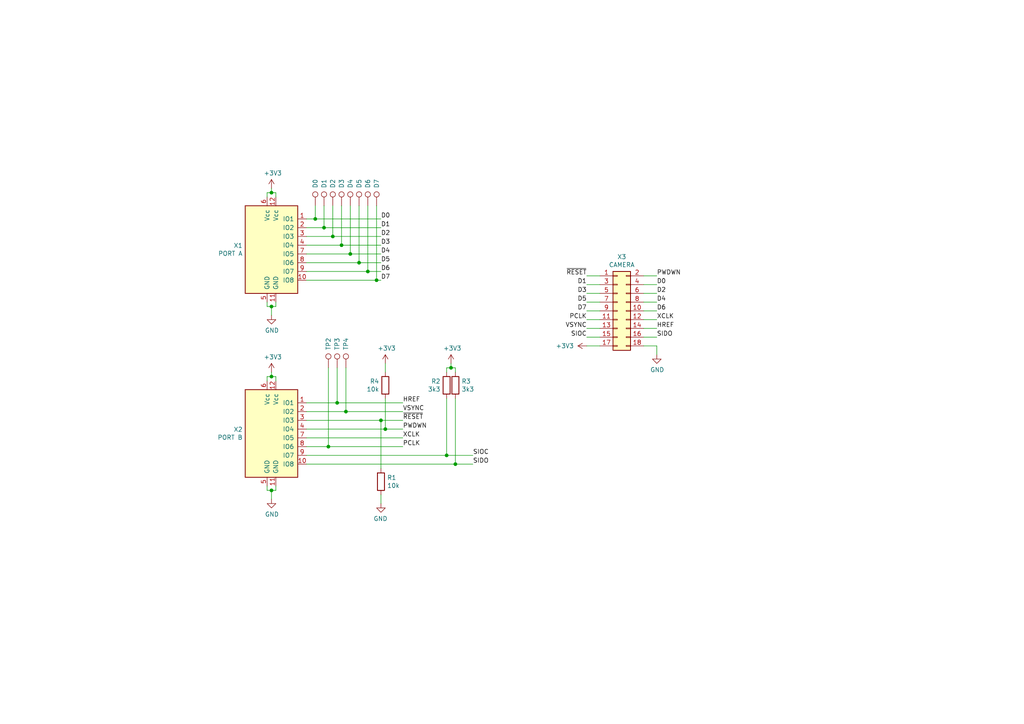
<source format=kicad_sch>
(kicad_sch (version 20230121) (generator eeschema)

  (uuid 15d86137-18ed-4cb5-a4b6-6f71dd85c9c3)

  (paper "A4")

  (title_block
    (title "OV7670-Pmod")
    (date "2021-03-07")
    (rev "1.2")
    (company "https://www.kampis-elektroecke.de")
    (comment 4 "Author: Daniel Kampert")
  )

  (lib_symbols
    (symbol "Connector:TestPoint" (pin_numbers hide) (pin_names (offset 0.762) hide) (in_bom yes) (on_board yes)
      (property "Reference" "TP" (at 0 6.858 0)
        (effects (font (size 1.27 1.27)))
      )
      (property "Value" "TestPoint" (at 0 5.08 0)
        (effects (font (size 1.27 1.27)))
      )
      (property "Footprint" "" (at 5.08 0 0)
        (effects (font (size 1.27 1.27)) hide)
      )
      (property "Datasheet" "~" (at 5.08 0 0)
        (effects (font (size 1.27 1.27)) hide)
      )
      (property "ki_keywords" "test point tp" (at 0 0 0)
        (effects (font (size 1.27 1.27)) hide)
      )
      (property "ki_description" "test point" (at 0 0 0)
        (effects (font (size 1.27 1.27)) hide)
      )
      (property "ki_fp_filters" "Pin* Test*" (at 0 0 0)
        (effects (font (size 1.27 1.27)) hide)
      )
      (symbol "TestPoint_0_1"
        (circle (center 0 3.302) (radius 0.762)
          (stroke (width 0) (type default))
          (fill (type none))
        )
      )
      (symbol "TestPoint_1_1"
        (pin passive line (at 0 0 90) (length 2.54)
          (name "1" (effects (font (size 1.27 1.27))))
          (number "1" (effects (font (size 1.27 1.27))))
        )
      )
    )
    (symbol "Connector_Generic:Conn_02x09_Odd_Even" (pin_names (offset 1.016) hide) (in_bom yes) (on_board yes)
      (property "Reference" "J" (at 1.27 12.7 0)
        (effects (font (size 1.27 1.27)))
      )
      (property "Value" "Conn_02x09_Odd_Even" (at 1.27 -12.7 0)
        (effects (font (size 1.27 1.27)))
      )
      (property "Footprint" "" (at 0 0 0)
        (effects (font (size 1.27 1.27)) hide)
      )
      (property "Datasheet" "~" (at 0 0 0)
        (effects (font (size 1.27 1.27)) hide)
      )
      (property "ki_keywords" "connector" (at 0 0 0)
        (effects (font (size 1.27 1.27)) hide)
      )
      (property "ki_description" "Generic connector, double row, 02x09, odd/even pin numbering scheme (row 1 odd numbers, row 2 even numbers), script generated (kicad-library-utils/schlib/autogen/connector/)" (at 0 0 0)
        (effects (font (size 1.27 1.27)) hide)
      )
      (property "ki_fp_filters" "Connector*:*_2x??_*" (at 0 0 0)
        (effects (font (size 1.27 1.27)) hide)
      )
      (symbol "Conn_02x09_Odd_Even_1_1"
        (rectangle (start -1.27 -10.033) (end 0 -10.287)
          (stroke (width 0.1524) (type default))
          (fill (type none))
        )
        (rectangle (start -1.27 -7.493) (end 0 -7.747)
          (stroke (width 0.1524) (type default))
          (fill (type none))
        )
        (rectangle (start -1.27 -4.953) (end 0 -5.207)
          (stroke (width 0.1524) (type default))
          (fill (type none))
        )
        (rectangle (start -1.27 -2.413) (end 0 -2.667)
          (stroke (width 0.1524) (type default))
          (fill (type none))
        )
        (rectangle (start -1.27 0.127) (end 0 -0.127)
          (stroke (width 0.1524) (type default))
          (fill (type none))
        )
        (rectangle (start -1.27 2.667) (end 0 2.413)
          (stroke (width 0.1524) (type default))
          (fill (type none))
        )
        (rectangle (start -1.27 5.207) (end 0 4.953)
          (stroke (width 0.1524) (type default))
          (fill (type none))
        )
        (rectangle (start -1.27 7.747) (end 0 7.493)
          (stroke (width 0.1524) (type default))
          (fill (type none))
        )
        (rectangle (start -1.27 10.287) (end 0 10.033)
          (stroke (width 0.1524) (type default))
          (fill (type none))
        )
        (rectangle (start -1.27 11.43) (end 3.81 -11.43)
          (stroke (width 0.254) (type default))
          (fill (type background))
        )
        (rectangle (start 3.81 -10.033) (end 2.54 -10.287)
          (stroke (width 0.1524) (type default))
          (fill (type none))
        )
        (rectangle (start 3.81 -7.493) (end 2.54 -7.747)
          (stroke (width 0.1524) (type default))
          (fill (type none))
        )
        (rectangle (start 3.81 -4.953) (end 2.54 -5.207)
          (stroke (width 0.1524) (type default))
          (fill (type none))
        )
        (rectangle (start 3.81 -2.413) (end 2.54 -2.667)
          (stroke (width 0.1524) (type default))
          (fill (type none))
        )
        (rectangle (start 3.81 0.127) (end 2.54 -0.127)
          (stroke (width 0.1524) (type default))
          (fill (type none))
        )
        (rectangle (start 3.81 2.667) (end 2.54 2.413)
          (stroke (width 0.1524) (type default))
          (fill (type none))
        )
        (rectangle (start 3.81 5.207) (end 2.54 4.953)
          (stroke (width 0.1524) (type default))
          (fill (type none))
        )
        (rectangle (start 3.81 7.747) (end 2.54 7.493)
          (stroke (width 0.1524) (type default))
          (fill (type none))
        )
        (rectangle (start 3.81 10.287) (end 2.54 10.033)
          (stroke (width 0.1524) (type default))
          (fill (type none))
        )
        (pin passive line (at -5.08 10.16 0) (length 3.81)
          (name "Pin_1" (effects (font (size 1.27 1.27))))
          (number "1" (effects (font (size 1.27 1.27))))
        )
        (pin passive line (at 7.62 0 180) (length 3.81)
          (name "Pin_10" (effects (font (size 1.27 1.27))))
          (number "10" (effects (font (size 1.27 1.27))))
        )
        (pin passive line (at -5.08 -2.54 0) (length 3.81)
          (name "Pin_11" (effects (font (size 1.27 1.27))))
          (number "11" (effects (font (size 1.27 1.27))))
        )
        (pin passive line (at 7.62 -2.54 180) (length 3.81)
          (name "Pin_12" (effects (font (size 1.27 1.27))))
          (number "12" (effects (font (size 1.27 1.27))))
        )
        (pin passive line (at -5.08 -5.08 0) (length 3.81)
          (name "Pin_13" (effects (font (size 1.27 1.27))))
          (number "13" (effects (font (size 1.27 1.27))))
        )
        (pin passive line (at 7.62 -5.08 180) (length 3.81)
          (name "Pin_14" (effects (font (size 1.27 1.27))))
          (number "14" (effects (font (size 1.27 1.27))))
        )
        (pin passive line (at -5.08 -7.62 0) (length 3.81)
          (name "Pin_15" (effects (font (size 1.27 1.27))))
          (number "15" (effects (font (size 1.27 1.27))))
        )
        (pin passive line (at 7.62 -7.62 180) (length 3.81)
          (name "Pin_16" (effects (font (size 1.27 1.27))))
          (number "16" (effects (font (size 1.27 1.27))))
        )
        (pin passive line (at -5.08 -10.16 0) (length 3.81)
          (name "Pin_17" (effects (font (size 1.27 1.27))))
          (number "17" (effects (font (size 1.27 1.27))))
        )
        (pin passive line (at 7.62 -10.16 180) (length 3.81)
          (name "Pin_18" (effects (font (size 1.27 1.27))))
          (number "18" (effects (font (size 1.27 1.27))))
        )
        (pin passive line (at 7.62 10.16 180) (length 3.81)
          (name "Pin_2" (effects (font (size 1.27 1.27))))
          (number "2" (effects (font (size 1.27 1.27))))
        )
        (pin passive line (at -5.08 7.62 0) (length 3.81)
          (name "Pin_3" (effects (font (size 1.27 1.27))))
          (number "3" (effects (font (size 1.27 1.27))))
        )
        (pin passive line (at 7.62 7.62 180) (length 3.81)
          (name "Pin_4" (effects (font (size 1.27 1.27))))
          (number "4" (effects (font (size 1.27 1.27))))
        )
        (pin passive line (at -5.08 5.08 0) (length 3.81)
          (name "Pin_5" (effects (font (size 1.27 1.27))))
          (number "5" (effects (font (size 1.27 1.27))))
        )
        (pin passive line (at 7.62 5.08 180) (length 3.81)
          (name "Pin_6" (effects (font (size 1.27 1.27))))
          (number "6" (effects (font (size 1.27 1.27))))
        )
        (pin passive line (at -5.08 2.54 0) (length 3.81)
          (name "Pin_7" (effects (font (size 1.27 1.27))))
          (number "7" (effects (font (size 1.27 1.27))))
        )
        (pin passive line (at 7.62 2.54 180) (length 3.81)
          (name "Pin_8" (effects (font (size 1.27 1.27))))
          (number "8" (effects (font (size 1.27 1.27))))
        )
        (pin passive line (at -5.08 0 0) (length 3.81)
          (name "Pin_9" (effects (font (size 1.27 1.27))))
          (number "9" (effects (font (size 1.27 1.27))))
        )
      )
    )
    (symbol "Device:R" (pin_numbers hide) (pin_names (offset 0)) (in_bom yes) (on_board yes)
      (property "Reference" "R" (at 2.032 0 90)
        (effects (font (size 1.27 1.27)))
      )
      (property "Value" "R" (at 0 0 90)
        (effects (font (size 1.27 1.27)))
      )
      (property "Footprint" "" (at -1.778 0 90)
        (effects (font (size 1.27 1.27)) hide)
      )
      (property "Datasheet" "~" (at 0 0 0)
        (effects (font (size 1.27 1.27)) hide)
      )
      (property "ki_keywords" "R res resistor" (at 0 0 0)
        (effects (font (size 1.27 1.27)) hide)
      )
      (property "ki_description" "Resistor" (at 0 0 0)
        (effects (font (size 1.27 1.27)) hide)
      )
      (property "ki_fp_filters" "R_*" (at 0 0 0)
        (effects (font (size 1.27 1.27)) hide)
      )
      (symbol "R_0_1"
        (rectangle (start -1.016 -2.54) (end 1.016 2.54)
          (stroke (width 0.254) (type default))
          (fill (type none))
        )
      )
      (symbol "R_1_1"
        (pin passive line (at 0 3.81 270) (length 1.27)
          (name "~" (effects (font (size 1.27 1.27))))
          (number "1" (effects (font (size 1.27 1.27))))
        )
        (pin passive line (at 0 -3.81 90) (length 1.27)
          (name "~" (effects (font (size 1.27 1.27))))
          (number "2" (effects (font (size 1.27 1.27))))
        )
      )
    )
    (symbol "OV7670_Pmod-rescue:+3.3V-power" (power) (pin_names (offset 0)) (in_bom yes) (on_board yes)
      (property "Reference" "#PWR" (at 0 -3.81 0)
        (effects (font (size 1.27 1.27)) hide)
      )
      (property "Value" "+3.3V-power" (at 0 3.556 0)
        (effects (font (size 1.27 1.27)))
      )
      (property "Footprint" "" (at 0 0 0)
        (effects (font (size 1.27 1.27)) hide)
      )
      (property "Datasheet" "" (at 0 0 0)
        (effects (font (size 1.27 1.27)) hide)
      )
      (symbol "+3.3V-power_0_1"
        (polyline
          (pts
            (xy -0.762 1.27)
            (xy 0 2.54)
          )
          (stroke (width 0) (type solid))
          (fill (type none))
        )
        (polyline
          (pts
            (xy 0 0)
            (xy 0 2.54)
          )
          (stroke (width 0) (type solid))
          (fill (type none))
        )
        (polyline
          (pts
            (xy 0 2.54)
            (xy 0.762 1.27)
          )
          (stroke (width 0) (type solid))
          (fill (type none))
        )
      )
      (symbol "+3.3V-power_1_1"
        (pin power_in line (at 0 0 90) (length 0) hide
          (name "+3V3" (effects (font (size 1.27 1.27))))
          (number "1" (effects (font (size 1.27 1.27))))
        )
      )
    )
    (symbol "OV7670_Pmod-rescue:Pmod_Header_2x06-Digilent" (pin_names (offset 1.016)) (in_bom yes) (on_board yes)
      (property "Reference" "X" (at -6.35 13.97 0)
        (effects (font (size 1.27 1.27)))
      )
      (property "Value" "Digilent_Pmod_Header_2x06" (at 1.27 -13.97 0)
        (effects (font (size 1.27 1.27)))
      )
      (property "Footprint" "Digilent:Pmod-Header-2x06" (at 21.59 13.97 0)
        (effects (font (size 1.27 1.27)) hide)
      )
      (property "Datasheet" "" (at 21.59 13.97 0)
        (effects (font (size 1.27 1.27)) hide)
      )
      (property "Mfr." "Amphenol FCI" (at 0 0 0)
        (effects (font (size 1.27 1.27)) hide)
      )
      (property "Mfr. No." "77317-412-12LF" (at 0 0 0)
        (effects (font (size 1.27 1.27)) hide)
      )
      (symbol "Pmod_Header_2x06-Digilent_1_1"
        (rectangle (start -7.62 12.7) (end 7.62 -12.7)
          (stroke (width 0.254) (type solid))
          (fill (type background))
        )
        (pin bidirectional line (at 10.16 8.89 180) (length 2.54)
          (name "IO1" (effects (font (size 1.27 1.27))))
          (number "1" (effects (font (size 1.27 1.27))))
        )
        (pin bidirectional line (at 10.16 -8.89 180) (length 2.54)
          (name "IO8" (effects (font (size 1.27 1.27))))
          (number "10" (effects (font (size 1.27 1.27))))
        )
        (pin passive line (at 1.27 -15.24 90) (length 2.54)
          (name "GND" (effects (font (size 1.27 1.27))))
          (number "11" (effects (font (size 1.27 1.27))))
        )
        (pin power_in line (at 1.27 15.24 270) (length 2.54)
          (name "Vcc" (effects (font (size 1.27 1.27))))
          (number "12" (effects (font (size 1.27 1.27))))
        )
        (pin bidirectional line (at 10.16 6.35 180) (length 2.54)
          (name "IO2" (effects (font (size 1.27 1.27))))
          (number "2" (effects (font (size 1.27 1.27))))
        )
        (pin bidirectional line (at 10.16 3.81 180) (length 2.54)
          (name "IO3" (effects (font (size 1.27 1.27))))
          (number "3" (effects (font (size 1.27 1.27))))
        )
        (pin bidirectional line (at 10.16 1.27 180) (length 2.54)
          (name "IO4" (effects (font (size 1.27 1.27))))
          (number "4" (effects (font (size 1.27 1.27))))
        )
        (pin passive line (at -1.27 -15.24 90) (length 2.54)
          (name "GND" (effects (font (size 1.27 1.27))))
          (number "5" (effects (font (size 1.27 1.27))))
        )
        (pin power_in line (at -1.27 15.24 270) (length 2.54)
          (name "Vcc" (effects (font (size 1.27 1.27))))
          (number "6" (effects (font (size 1.27 1.27))))
        )
        (pin bidirectional line (at 10.16 -1.27 180) (length 2.54)
          (name "IO5" (effects (font (size 1.27 1.27))))
          (number "7" (effects (font (size 1.27 1.27))))
        )
        (pin bidirectional line (at 10.16 -3.81 180) (length 2.54)
          (name "IO6" (effects (font (size 1.27 1.27))))
          (number "8" (effects (font (size 1.27 1.27))))
        )
        (pin bidirectional line (at 10.16 -6.35 180) (length 2.54)
          (name "IO7" (effects (font (size 1.27 1.27))))
          (number "9" (effects (font (size 1.27 1.27))))
        )
      )
    )
    (symbol "power:GND" (power) (pin_names (offset 0)) (in_bom yes) (on_board yes)
      (property "Reference" "#PWR" (at 0 -6.35 0)
        (effects (font (size 1.27 1.27)) hide)
      )
      (property "Value" "GND" (at 0 -3.81 0)
        (effects (font (size 1.27 1.27)))
      )
      (property "Footprint" "" (at 0 0 0)
        (effects (font (size 1.27 1.27)) hide)
      )
      (property "Datasheet" "" (at 0 0 0)
        (effects (font (size 1.27 1.27)) hide)
      )
      (property "ki_keywords" "global power" (at 0 0 0)
        (effects (font (size 1.27 1.27)) hide)
      )
      (property "ki_description" "Power symbol creates a global label with name \"GND\" , ground" (at 0 0 0)
        (effects (font (size 1.27 1.27)) hide)
      )
      (symbol "GND_0_1"
        (polyline
          (pts
            (xy 0 0)
            (xy 0 -1.27)
            (xy 1.27 -1.27)
            (xy 0 -2.54)
            (xy -1.27 -1.27)
            (xy 0 -1.27)
          )
          (stroke (width 0) (type default))
          (fill (type none))
        )
      )
      (symbol "GND_1_1"
        (pin power_in line (at 0 0 270) (length 0) hide
          (name "GND" (effects (font (size 1.27 1.27))))
          (number "1" (effects (font (size 1.27 1.27))))
        )
      )
    )
  )

  (junction (at 96.52 68.58) (diameter 0) (color 0 0 0 0)
    (uuid 01110da2-f067-4953-99b5-4868d729610b)
  )
  (junction (at 110.49 121.92) (diameter 0) (color 0 0 0 0)
    (uuid 1a5ba25c-83fd-40e2-b77e-109e5a4745dc)
  )
  (junction (at 104.14 76.2) (diameter 0) (color 0 0 0 0)
    (uuid 210d24ff-9341-476f-98e9-34252e58b678)
  )
  (junction (at 78.74 142.24) (diameter 0) (color 0 0 0 0)
    (uuid 27b5d994-fc10-470d-beea-8bf2e12fec0f)
  )
  (junction (at 99.06 71.12) (diameter 0) (color 0 0 0 0)
    (uuid 4be08423-e959-44e1-85b0-f221ca80310c)
  )
  (junction (at 95.25 129.54) (diameter 0) (color 0 0 0 0)
    (uuid 4d1e6b64-e01c-4414-b99b-364c12c05ae0)
  )
  (junction (at 93.98 66.04) (diameter 0) (color 0 0 0 0)
    (uuid 4e6ce56a-b33d-475c-b072-c3b658795692)
  )
  (junction (at 101.6 73.66) (diameter 0) (color 0 0 0 0)
    (uuid 5754de3a-2b69-493b-af49-7bd02b1e690e)
  )
  (junction (at 78.74 88.9) (diameter 0) (color 0 0 0 0)
    (uuid 644943df-c3cf-44a8-b69b-7c25ddf9741d)
  )
  (junction (at 100.33 119.38) (diameter 0) (color 0 0 0 0)
    (uuid 68e61ee5-9b9a-4c78-827f-5abeff4cd81d)
  )
  (junction (at 78.74 55.88) (diameter 0) (color 0 0 0 0)
    (uuid 738e4f86-b3ba-4dcd-932d-05af3d611ba5)
  )
  (junction (at 91.44 63.5) (diameter 0) (color 0 0 0 0)
    (uuid 7a531b67-32f7-41a8-872e-783c6444c4f0)
  )
  (junction (at 130.81 106.68) (diameter 0) (color 0 0 0 0)
    (uuid 84631213-66c9-4511-a127-abb7816b71d2)
  )
  (junction (at 106.68 78.74) (diameter 0) (color 0 0 0 0)
    (uuid 858d7336-2508-47ba-90f5-c76754d52d60)
  )
  (junction (at 132.08 134.62) (diameter 0) (color 0 0 0 0)
    (uuid da1589f9-c4a0-499d-b1e2-f6d035ed771f)
  )
  (junction (at 97.79 116.84) (diameter 0) (color 0 0 0 0)
    (uuid dbfdf30f-d167-4b67-88df-599ae4ea0901)
  )
  (junction (at 78.74 109.22) (diameter 0) (color 0 0 0 0)
    (uuid dc5f043c-37fe-45a5-8766-e6e0af2cd4a9)
  )
  (junction (at 109.22 81.28) (diameter 0) (color 0 0 0 0)
    (uuid dd450d7e-2817-4417-a6a1-566bb0d7e68b)
  )
  (junction (at 111.76 124.46) (diameter 0) (color 0 0 0 0)
    (uuid e4999f44-a67d-49a3-b3c3-3f4b5499dac2)
  )
  (junction (at 129.54 132.08) (diameter 0) (color 0 0 0 0)
    (uuid fff2658f-eba4-4ab3-a44e-f346b61c684a)
  )

  (wire (pts (xy 129.54 106.68) (xy 130.81 106.68))
    (stroke (width 0) (type default))
    (uuid 0ef58c4d-5e3d-4ca7-9ce1-e62bd5eefcd3)
  )
  (wire (pts (xy 130.81 106.68) (xy 130.81 105.41))
    (stroke (width 0) (type default))
    (uuid 0f170af7-ee5e-4132-820b-3d355af2700a)
  )
  (wire (pts (xy 173.99 92.71) (xy 170.18 92.71))
    (stroke (width 0) (type default))
    (uuid 1185f725-80b9-478c-90ed-d7d7d6139b91)
  )
  (wire (pts (xy 77.47 140.97) (xy 77.47 142.24))
    (stroke (width 0) (type default))
    (uuid 12449482-22de-4621-8e25-e47e75bdd4a7)
  )
  (wire (pts (xy 111.76 115.57) (xy 111.76 124.46))
    (stroke (width 0) (type default))
    (uuid 13b7865c-cf07-44ff-b920-57086e0b228d)
  )
  (wire (pts (xy 88.9 73.66) (xy 101.6 73.66))
    (stroke (width 0) (type default))
    (uuid 1538bd14-bc5c-4d0f-b306-706ef7ca7434)
  )
  (wire (pts (xy 77.47 57.15) (xy 77.47 55.88))
    (stroke (width 0) (type default))
    (uuid 18a90c06-f853-44cd-a26d-3e1fba56a76a)
  )
  (wire (pts (xy 129.54 106.68) (xy 129.54 107.95))
    (stroke (width 0) (type default))
    (uuid 1a404dc0-ef14-4a91-b9df-839cb1764108)
  )
  (wire (pts (xy 88.9 132.08) (xy 129.54 132.08))
    (stroke (width 0) (type default))
    (uuid 1b7ed552-dda2-45ce-b60f-e8c91a1671fa)
  )
  (wire (pts (xy 173.99 80.01) (xy 170.18 80.01))
    (stroke (width 0) (type default))
    (uuid 1c0ef5a4-1682-471f-a890-a870953f79c9)
  )
  (wire (pts (xy 88.9 134.62) (xy 132.08 134.62))
    (stroke (width 0) (type default))
    (uuid 1ccda13d-513f-4481-a042-f29c6e0ee043)
  )
  (wire (pts (xy 130.81 106.68) (xy 132.08 106.68))
    (stroke (width 0) (type default))
    (uuid 1dbf9836-a475-49ad-91f6-16234c6fb48d)
  )
  (wire (pts (xy 106.68 78.74) (xy 110.49 78.74))
    (stroke (width 0) (type default))
    (uuid 1dce3a48-e436-4f3e-882b-20572b46031b)
  )
  (wire (pts (xy 88.9 63.5) (xy 91.44 63.5))
    (stroke (width 0) (type default))
    (uuid 2a3c5256-49ef-4df3-b548-6be4e8e176fb)
  )
  (wire (pts (xy 173.99 85.09) (xy 170.18 85.09))
    (stroke (width 0) (type default))
    (uuid 2b88f0dd-290b-4b96-98bf-55bd5de3841e)
  )
  (wire (pts (xy 100.33 119.38) (xy 116.84 119.38))
    (stroke (width 0) (type default))
    (uuid 2c174f4b-d7bd-4aa8-b17a-0d0129367129)
  )
  (wire (pts (xy 88.9 71.12) (xy 99.06 71.12))
    (stroke (width 0) (type default))
    (uuid 2c2cee02-33d8-4d33-b9a7-82de7f8f85cf)
  )
  (wire (pts (xy 97.79 116.84) (xy 116.84 116.84))
    (stroke (width 0) (type default))
    (uuid 2cd07870-21df-4c5f-a1e2-654c2fa9831b)
  )
  (wire (pts (xy 78.74 109.22) (xy 80.01 109.22))
    (stroke (width 0) (type default))
    (uuid 313d6e19-e3b7-4f3a-b728-079f0c19e9ba)
  )
  (wire (pts (xy 80.01 88.9) (xy 80.01 87.63))
    (stroke (width 0) (type default))
    (uuid 36e2c58b-f4ee-4d69-8a36-3c9258f36362)
  )
  (wire (pts (xy 88.9 127) (xy 116.84 127))
    (stroke (width 0) (type default))
    (uuid 3b36e84a-e2e3-4a1c-8463-49182e05e522)
  )
  (wire (pts (xy 97.79 106.68) (xy 97.79 116.84))
    (stroke (width 0) (type default))
    (uuid 3cbddd9c-58fe-46c7-a4bd-0a01bdead977)
  )
  (wire (pts (xy 78.74 55.88) (xy 78.74 54.61))
    (stroke (width 0) (type default))
    (uuid 4022dfb4-e088-4478-ab4d-b2ff8ab7f977)
  )
  (wire (pts (xy 80.01 55.88) (xy 80.01 57.15))
    (stroke (width 0) (type default))
    (uuid 447d7051-9755-4d29-9163-62d99b5f1617)
  )
  (wire (pts (xy 80.01 109.22) (xy 80.01 110.49))
    (stroke (width 0) (type default))
    (uuid 47bcb178-1a18-468b-b1bd-0afb997ec991)
  )
  (wire (pts (xy 88.9 68.58) (xy 96.52 68.58))
    (stroke (width 0) (type default))
    (uuid 4aa3a83a-5ce2-4b32-9091-75bd1bc93359)
  )
  (wire (pts (xy 77.47 87.63) (xy 77.47 88.9))
    (stroke (width 0) (type default))
    (uuid 4b490165-ac15-4cee-a53a-6b8971b6769b)
  )
  (wire (pts (xy 78.74 142.24) (xy 78.74 144.78))
    (stroke (width 0) (type default))
    (uuid 4cd6c2a0-fd43-4576-90bf-78f51b8714b4)
  )
  (wire (pts (xy 173.99 87.63) (xy 170.18 87.63))
    (stroke (width 0) (type default))
    (uuid 4cf3c0b9-f622-499c-8b3f-a47970a210c8)
  )
  (wire (pts (xy 110.49 121.92) (xy 116.84 121.92))
    (stroke (width 0) (type default))
    (uuid 507bb8dc-0786-4837-a689-b143e914631e)
  )
  (wire (pts (xy 96.52 59.69) (xy 96.52 68.58))
    (stroke (width 0) (type default))
    (uuid 51489fc3-cdd2-45b9-97e2-f3f39a3f58cf)
  )
  (wire (pts (xy 78.74 88.9) (xy 80.01 88.9))
    (stroke (width 0) (type default))
    (uuid 52de833a-e702-4202-9ad6-9d3ca8a4e67e)
  )
  (wire (pts (xy 116.84 129.54) (xy 95.25 129.54))
    (stroke (width 0) (type default))
    (uuid 530f7485-b64d-403e-89f2-e95cbc0b38e4)
  )
  (wire (pts (xy 110.49 76.2) (xy 104.14 76.2))
    (stroke (width 0) (type default))
    (uuid 53b93311-40e8-444c-aa82-77d6e11ebca4)
  )
  (wire (pts (xy 186.69 95.25) (xy 190.5 95.25))
    (stroke (width 0) (type default))
    (uuid 542d4579-8793-4724-86f1-0d9d4e0e7c5b)
  )
  (wire (pts (xy 93.98 66.04) (xy 88.9 66.04))
    (stroke (width 0) (type default))
    (uuid 56945872-d6dd-4b33-89f2-cd62c93712a0)
  )
  (wire (pts (xy 132.08 115.57) (xy 132.08 134.62))
    (stroke (width 0) (type default))
    (uuid 58058815-0d78-4f01-b23d-9cdaf305217d)
  )
  (wire (pts (xy 91.44 63.5) (xy 110.49 63.5))
    (stroke (width 0) (type default))
    (uuid 58eea11b-abff-437c-9369-39db966dba11)
  )
  (wire (pts (xy 186.69 90.17) (xy 190.5 90.17))
    (stroke (width 0) (type default))
    (uuid 59940a49-5c91-4325-91be-b48c49f28c62)
  )
  (wire (pts (xy 110.49 146.05) (xy 110.49 143.51))
    (stroke (width 0) (type default))
    (uuid 5b9af4e0-9ce8-41b0-b3fa-94099a4878dd)
  )
  (wire (pts (xy 95.25 106.68) (xy 95.25 129.54))
    (stroke (width 0) (type default))
    (uuid 65891eb2-3ab8-481c-aff3-e95672a44124)
  )
  (wire (pts (xy 186.69 92.71) (xy 190.5 92.71))
    (stroke (width 0) (type default))
    (uuid 6677309e-6614-41d2-b9ef-819b493bf40a)
  )
  (wire (pts (xy 80.01 142.24) (xy 80.01 140.97))
    (stroke (width 0) (type default))
    (uuid 6c0d3602-52c7-49e3-a334-e4e7aa98549a)
  )
  (wire (pts (xy 91.44 59.69) (xy 91.44 63.5))
    (stroke (width 0) (type default))
    (uuid 6c14d213-2121-4a57-99bb-58906d8a9173)
  )
  (wire (pts (xy 110.49 66.04) (xy 93.98 66.04))
    (stroke (width 0) (type default))
    (uuid 6c268765-b257-427e-b4f0-94ff4142c7e8)
  )
  (wire (pts (xy 104.14 59.69) (xy 104.14 76.2))
    (stroke (width 0) (type default))
    (uuid 6f213ed2-1dbd-4399-8fae-98a8d2cfca8d)
  )
  (wire (pts (xy 173.99 82.55) (xy 170.18 82.55))
    (stroke (width 0) (type default))
    (uuid 7674c2f9-42b3-4f74-9860-f9c5d513955f)
  )
  (wire (pts (xy 186.69 80.01) (xy 190.5 80.01))
    (stroke (width 0) (type default))
    (uuid 769c22af-643e-427d-ae5a-40884ec7aa1e)
  )
  (wire (pts (xy 101.6 59.69) (xy 101.6 73.66))
    (stroke (width 0) (type default))
    (uuid 7f1bb585-7406-412c-8dfc-927225feec82)
  )
  (wire (pts (xy 88.9 124.46) (xy 111.76 124.46))
    (stroke (width 0) (type default))
    (uuid 821291ae-d9cd-4a58-9cd9-afc897c130de)
  )
  (wire (pts (xy 99.06 59.69) (xy 99.06 71.12))
    (stroke (width 0) (type default))
    (uuid 826cf54f-90b3-4f9e-86b6-6750994f1f24)
  )
  (wire (pts (xy 186.69 85.09) (xy 190.5 85.09))
    (stroke (width 0) (type default))
    (uuid 86644aba-8804-41b4-8106-95d7e13bb2e9)
  )
  (wire (pts (xy 100.33 106.68) (xy 100.33 119.38))
    (stroke (width 0) (type default))
    (uuid 8b0bd9d6-3c6c-47a4-abfc-fa01a54354e9)
  )
  (wire (pts (xy 95.25 129.54) (xy 88.9 129.54))
    (stroke (width 0) (type default))
    (uuid 8bad172c-7f1c-44bb-83a1-bef9240b25c4)
  )
  (wire (pts (xy 186.69 82.55) (xy 190.5 82.55))
    (stroke (width 0) (type default))
    (uuid 8d1362d3-3b23-471c-91c8-5595d79533b0)
  )
  (wire (pts (xy 173.99 90.17) (xy 170.18 90.17))
    (stroke (width 0) (type default))
    (uuid 8e7cc2c3-5f5d-435a-8a15-80fef237f631)
  )
  (wire (pts (xy 99.06 71.12) (xy 110.49 71.12))
    (stroke (width 0) (type default))
    (uuid 8eb8e818-84f7-4706-a4da-5a9655c2150c)
  )
  (wire (pts (xy 78.74 55.88) (xy 80.01 55.88))
    (stroke (width 0) (type default))
    (uuid 920c7cc2-d7bd-4a0f-855a-b1e03b6bf3f5)
  )
  (wire (pts (xy 129.54 115.57) (xy 129.54 132.08))
    (stroke (width 0) (type default))
    (uuid 93b8f9a7-d92e-4550-9c87-e6b6f52c3c79)
  )
  (wire (pts (xy 96.52 68.58) (xy 110.49 68.58))
    (stroke (width 0) (type default))
    (uuid 9425a549-ea82-4277-b6cf-3835d8ee90d9)
  )
  (wire (pts (xy 109.22 59.69) (xy 109.22 81.28))
    (stroke (width 0) (type default))
    (uuid 9443ac4c-0606-4167-84ab-c83492d74e7a)
  )
  (wire (pts (xy 77.47 142.24) (xy 78.74 142.24))
    (stroke (width 0) (type default))
    (uuid 9509e38d-e083-4327-8a78-cc16e9a26c58)
  )
  (wire (pts (xy 109.22 81.28) (xy 88.9 81.28))
    (stroke (width 0) (type default))
    (uuid 997107fb-4080-4b29-a2cd-7b3e6c090cee)
  )
  (wire (pts (xy 88.9 119.38) (xy 100.33 119.38))
    (stroke (width 0) (type default))
    (uuid 9a6d5f1c-231e-45cc-9174-dd8e42a5151b)
  )
  (wire (pts (xy 88.9 116.84) (xy 97.79 116.84))
    (stroke (width 0) (type default))
    (uuid 9af71e60-0a2a-4d83-8286-b96e9188990b)
  )
  (wire (pts (xy 77.47 110.49) (xy 77.47 109.22))
    (stroke (width 0) (type default))
    (uuid 9ba2b4df-7487-4140-9847-b9ad249d3af0)
  )
  (wire (pts (xy 111.76 124.46) (xy 116.84 124.46))
    (stroke (width 0) (type default))
    (uuid 9fa40e26-8036-4b13-a6d6-65d40fb1a449)
  )
  (wire (pts (xy 110.49 135.89) (xy 110.49 121.92))
    (stroke (width 0) (type default))
    (uuid a26bfce3-88ef-4cad-9c4a-be5542600095)
  )
  (wire (pts (xy 77.47 55.88) (xy 78.74 55.88))
    (stroke (width 0) (type default))
    (uuid a3905377-0409-48d3-bbbc-0a72fc60270f)
  )
  (wire (pts (xy 88.9 121.92) (xy 110.49 121.92))
    (stroke (width 0) (type default))
    (uuid b116172b-a9f4-45a3-801a-6b077fc3d0ae)
  )
  (wire (pts (xy 78.74 109.22) (xy 78.74 107.95))
    (stroke (width 0) (type default))
    (uuid b5474009-bd14-45bd-9f79-316d511b5257)
  )
  (wire (pts (xy 104.14 76.2) (xy 88.9 76.2))
    (stroke (width 0) (type default))
    (uuid b8ad0ddc-6596-4cd5-bfb4-4819a7d86c04)
  )
  (wire (pts (xy 129.54 132.08) (xy 137.16 132.08))
    (stroke (width 0) (type default))
    (uuid c0774865-e4dc-454f-9a66-364e8d5286d3)
  )
  (wire (pts (xy 88.9 78.74) (xy 106.68 78.74))
    (stroke (width 0) (type default))
    (uuid c5369d3e-24f3-459a-9cf6-f20279d1e961)
  )
  (wire (pts (xy 173.99 97.79) (xy 170.18 97.79))
    (stroke (width 0) (type default))
    (uuid d63ef54c-3513-4936-822a-d9351577f7c7)
  )
  (wire (pts (xy 78.74 88.9) (xy 78.74 91.44))
    (stroke (width 0) (type default))
    (uuid dc881c7b-1092-4eff-88cb-70782d59b9f7)
  )
  (wire (pts (xy 132.08 134.62) (xy 137.16 134.62))
    (stroke (width 0) (type default))
    (uuid dccf73fa-f88b-497d-be5c-076c24f73978)
  )
  (wire (pts (xy 186.69 87.63) (xy 190.5 87.63))
    (stroke (width 0) (type default))
    (uuid dcf3daf5-87ca-48fd-a166-3ed32e8fddcf)
  )
  (wire (pts (xy 101.6 73.66) (xy 110.49 73.66))
    (stroke (width 0) (type default))
    (uuid de9bfe08-6eab-4bcb-bad2-704ae9a11066)
  )
  (wire (pts (xy 77.47 88.9) (xy 78.74 88.9))
    (stroke (width 0) (type default))
    (uuid e31b3e97-34cd-4f3c-b3db-a691ec55876e)
  )
  (wire (pts (xy 111.76 105.41) (xy 111.76 107.95))
    (stroke (width 0) (type default))
    (uuid e58ba5fb-09d3-49f1-96a3-7925a523df8d)
  )
  (wire (pts (xy 132.08 106.68) (xy 132.08 107.95))
    (stroke (width 0) (type default))
    (uuid eb6ea71e-4acb-4b21-bdf1-59d4e69c602c)
  )
  (wire (pts (xy 93.98 59.69) (xy 93.98 66.04))
    (stroke (width 0) (type default))
    (uuid edc3a034-ffe1-4a97-a19c-31aa1b1c793b)
  )
  (wire (pts (xy 186.69 97.79) (xy 190.5 97.79))
    (stroke (width 0) (type default))
    (uuid ee9a13f8-db5c-483d-ad3e-d6e22292ee90)
  )
  (wire (pts (xy 173.99 100.33) (xy 170.18 100.33))
    (stroke (width 0) (type default))
    (uuid ef522430-7533-4c7f-b160-386efbd2af87)
  )
  (wire (pts (xy 106.68 59.69) (xy 106.68 78.74))
    (stroke (width 0) (type default))
    (uuid f0414afd-901c-4678-9bf6-fa6392d52063)
  )
  (wire (pts (xy 186.69 100.33) (xy 190.5 100.33))
    (stroke (width 0) (type default))
    (uuid f1564325-3782-4e0a-8702-eda172dac245)
  )
  (wire (pts (xy 78.74 142.24) (xy 80.01 142.24))
    (stroke (width 0) (type default))
    (uuid f3e85d6c-9651-4947-8121-5797811b7bad)
  )
  (wire (pts (xy 190.5 100.33) (xy 190.5 102.87))
    (stroke (width 0) (type default))
    (uuid f61d299c-0cd3-43cd-98a6-006c236a4b4b)
  )
  (wire (pts (xy 77.47 109.22) (xy 78.74 109.22))
    (stroke (width 0) (type default))
    (uuid fb5e04e9-7b64-4ac4-b6c1-76da1282712e)
  )
  (wire (pts (xy 110.49 81.28) (xy 109.22 81.28))
    (stroke (width 0) (type default))
    (uuid fb89e2e7-847c-444b-9b4f-62b871d3ae65)
  )
  (wire (pts (xy 173.99 95.25) (xy 170.18 95.25))
    (stroke (width 0) (type default))
    (uuid ff493146-9417-4d8f-8f15-e96f05c824bb)
  )

  (label "D6" (at 110.49 78.74 0)
    (effects (font (size 1.27 1.27)) (justify left bottom))
    (uuid 0bdff9e5-ca4d-4e65-8425-2bcc96f9247c)
  )
  (label "SIOC" (at 137.16 132.08 0)
    (effects (font (size 1.27 1.27)) (justify left bottom))
    (uuid 14d26129-71c0-4588-ac35-171cc8cd1185)
  )
  (label "D4" (at 190.5 87.63 0)
    (effects (font (size 1.27 1.27)) (justify left bottom))
    (uuid 1a41dc87-bd19-4151-9349-19737b2433ef)
  )
  (label "D4" (at 110.49 73.66 0)
    (effects (font (size 1.27 1.27)) (justify left bottom))
    (uuid 200bc2ed-679d-43ae-a5e5-01ae43a5787f)
  )
  (label "D7" (at 170.18 90.17 180)
    (effects (font (size 1.27 1.27)) (justify right bottom))
    (uuid 29059934-2fcc-4b90-a295-053f9adfe684)
  )
  (label "D5" (at 170.18 87.63 180)
    (effects (font (size 1.27 1.27)) (justify right bottom))
    (uuid 4404be08-d901-44ad-a35f-bb5f237de053)
  )
  (label "~{RESET}" (at 170.18 80.01 180)
    (effects (font (size 1.27 1.27)) (justify right bottom))
    (uuid 4652f791-e3fb-4f49-8455-b4de770d3a65)
  )
  (label "~{RESET}" (at 116.84 121.92 0)
    (effects (font (size 1.27 1.27)) (justify left bottom))
    (uuid 597fd801-d566-4dad-b57f-b3aa2dd76c45)
  )
  (label "XCLK" (at 116.84 127 0)
    (effects (font (size 1.27 1.27)) (justify left bottom))
    (uuid 5ae8ae47-ed1f-4d56-9bf8-b73872278046)
  )
  (label "PWDWN" (at 190.5 80.01 0)
    (effects (font (size 1.27 1.27)) (justify left bottom))
    (uuid 7032d17a-83b8-431b-9047-98fee91a0733)
  )
  (label "PWDWN" (at 116.84 124.46 0)
    (effects (font (size 1.27 1.27)) (justify left bottom))
    (uuid 7137cde1-435e-4d7a-a4f2-46d964c2c5ab)
  )
  (label "SIDO" (at 190.5 97.79 0)
    (effects (font (size 1.27 1.27)) (justify left bottom))
    (uuid 72f2d719-5672-4587-a2f6-946b10ff4166)
  )
  (label "SIOC" (at 170.18 97.79 180)
    (effects (font (size 1.27 1.27)) (justify right bottom))
    (uuid 74c91afc-bb7e-4f8f-8071-2e0aa19c8c0e)
  )
  (label "HREF" (at 116.84 116.84 0)
    (effects (font (size 1.27 1.27)) (justify left bottom))
    (uuid 80987d12-5043-4b2a-a97b-6ba7a59ce44c)
  )
  (label "D0" (at 190.5 82.55 0)
    (effects (font (size 1.27 1.27)) (justify left bottom))
    (uuid 85cc1e85-258d-4ead-950e-1cc3416a91ec)
  )
  (label "D5" (at 110.49 76.2 0)
    (effects (font (size 1.27 1.27)) (justify left bottom))
    (uuid 87eb63ce-a6fc-4f75-84e1-cc0a55642594)
  )
  (label "HREF" (at 190.5 95.25 0)
    (effects (font (size 1.27 1.27)) (justify left bottom))
    (uuid 88efbe52-7392-4545-b565-9f805b870ea7)
  )
  (label "D3" (at 170.18 85.09 180)
    (effects (font (size 1.27 1.27)) (justify right bottom))
    (uuid 8e3b99d5-7498-428b-9fbf-05e07bd40fbf)
  )
  (label "XCLK" (at 190.5 92.71 0)
    (effects (font (size 1.27 1.27)) (justify left bottom))
    (uuid 9ae7d5c2-ee44-4f5b-8d38-87d4865ea64b)
  )
  (label "PCLK" (at 170.18 92.71 180)
    (effects (font (size 1.27 1.27)) (justify right bottom))
    (uuid 9f75bf3e-cd07-462e-91ea-349cdf08551d)
  )
  (label "SIDO" (at 137.16 134.62 0)
    (effects (font (size 1.27 1.27)) (justify left bottom))
    (uuid a0c041aa-c375-4217-a004-8e57590c35a2)
  )
  (label "D6" (at 190.5 90.17 0)
    (effects (font (size 1.27 1.27)) (justify left bottom))
    (uuid a7a7fe96-66f6-4e08-8b24-71502c50b68e)
  )
  (label "D2" (at 190.5 85.09 0)
    (effects (font (size 1.27 1.27)) (justify left bottom))
    (uuid c7ea6490-2add-45f6-a2b5-8d244ca601f3)
  )
  (label "D1" (at 110.49 66.04 0)
    (effects (font (size 1.27 1.27)) (justify left bottom))
    (uuid cc8ab118-db06-4418-a6bb-9212dbd0e4ee)
  )
  (label "VSYNC" (at 116.84 119.38 0)
    (effects (font (size 1.27 1.27)) (justify left bottom))
    (uuid ce027723-66c3-4826-9f8a-a73efbe556e1)
  )
  (label "D0" (at 110.49 63.5 0)
    (effects (font (size 1.27 1.27)) (justify left bottom))
    (uuid d54af5d4-a3a8-471e-a5b3-4e20aec471c4)
  )
  (label "D3" (at 110.49 71.12 0)
    (effects (font (size 1.27 1.27)) (justify left bottom))
    (uuid d9d2002e-6010-4ff4-8851-7d1a5141ac08)
  )
  (label "D1" (at 170.18 82.55 180)
    (effects (font (size 1.27 1.27)) (justify right bottom))
    (uuid e131c09c-81f9-461f-8574-7bb18bd59632)
  )
  (label "D7" (at 110.49 81.28 0)
    (effects (font (size 1.27 1.27)) (justify left bottom))
    (uuid e375cc03-3398-4502-842d-fd76ae5708c3)
  )
  (label "PCLK" (at 116.84 129.54 0)
    (effects (font (size 1.27 1.27)) (justify left bottom))
    (uuid e4757fcb-af34-465b-be20-0762b58a9c8a)
  )
  (label "D2" (at 110.49 68.58 0)
    (effects (font (size 1.27 1.27)) (justify left bottom))
    (uuid ec9e6c66-1de1-4bc8-aa7d-2d21f7b8bce5)
  )
  (label "VSYNC" (at 170.18 95.25 180)
    (effects (font (size 1.27 1.27)) (justify right bottom))
    (uuid f801a832-f682-4be6-ac2f-d3c379d2db16)
  )

  (symbol (lib_id "Connector_Generic:Conn_02x09_Odd_Even") (at 179.07 90.17 0) (unit 1)
    (in_bom yes) (on_board yes) (dnp no)
    (uuid 00000000-0000-0000-0000-00005ede24b8)
    (property "Reference" "X3" (at 180.34 74.4982 0)
      (effects (font (size 1.27 1.27)))
    )
    (property "Value" "CAMERA" (at 180.34 76.8096 0)
      (effects (font (size 1.27 1.27)))
    )
    (property "Footprint" "Connector_PinSocket_2.54mm:PinSocket_2x09_P2.54mm_Horizontal" (at 179.07 90.17 0)
      (effects (font (size 1.27 1.27)) hide)
    )
    (property "Datasheet" "https://www.amphenol-icc.com/media/wysiwyg/files/documentation/datasheet/boardwiretoboard/bwb_bergstik.pdf?__cf_chl_jschl_tk__=146598ca7a7469a2e5ce0f1f41667a007427c7ea-1591617723-0-AcBGJP99Ha1C7ipf7q_BPsVKD0H2cMNd58uppS1QDUA4nHbUHi9UEgiefeKd18Whm_8cZusFXO68tZUq0LG--X_AZFVahstAdzDe8y4wlgDQnyzm9lx6YQlsODjsVmdWUb79qjQ5uqKpG1upiTAu26ekmXP2fLgDkEtd9r7ApIv9XbH0caBCzpZXrUQ1lI8ZIRGBPu1HiKVcFB-lSusZDLjL0lFsLYunMAlq4VFW7JEvEAqrsw-AtlMBjKj9ZDqKzix_Z1uGj8Wb7nEDE9z-0G-5QARaZV6UqchjV9RFgNLFG5NzljznLvgyoJ-1-Wup5NjfqGvjG40rqcKa9ALJWsf4pwCa0YvSUMOoMwbel9R2ax58l17BTvYiMUxdjSMEUlZ0A6fJ65KoxfmIMlR4wgXhed1h2nf3eKVQcoLKeREQDvKxamzDcLYJeUdXulJ8fQ" (at 179.07 90.17 0)
      (effects (font (size 1.27 1.27)) hide)
    )
    (property "Mfr." "Preci-dip" (at 180.34 69.8754 0)
      (effects (font (size 1.27 1.27)) hide)
    )
    (property "Mfr. No." "803-87-018-20-001101" (at 180.34 72.1868 0)
      (effects (font (size 1.27 1.27)) hide)
    )
    (property "Distributor" "Mouser" (at 180.34 74.4982 0)
      (effects (font (size 1.27 1.27)) hide)
    )
    (property "Order Number" "437-8038701820001101" (at 180.34 76.8096 0)
      (effects (font (size 1.27 1.27)) hide)
    )
    (pin "1" (uuid 38a72747-edaf-4805-a328-a5f46dc9c8e0))
    (pin "10" (uuid bcb54e66-ff8b-4d60-b4ad-31707fb73870))
    (pin "11" (uuid 0edda388-d77e-4129-bbf5-c3cf9044625e))
    (pin "12" (uuid c60d4e69-2c13-4fad-91c8-4edcd6d07083))
    (pin "13" (uuid a3a08048-c3c3-4803-ba58-fd29f1e00bd3))
    (pin "14" (uuid fe79b36b-9777-4283-94e5-1fd6dd4e1678))
    (pin "15" (uuid 3baeed9a-b450-45d2-a1db-af0a18861678))
    (pin "16" (uuid 0dff0f7b-f225-4fba-9d1b-4d2c063a17a9))
    (pin "17" (uuid 44e876cd-ca36-47d9-9f77-3a968c064b27))
    (pin "18" (uuid 8d108a8c-fb96-4be5-8a11-8b35ed006ead))
    (pin "2" (uuid d00369b6-fd30-49f9-a25c-2678128b2ce9))
    (pin "3" (uuid 5dec8b01-3083-4688-a98e-8f35ec896a53))
    (pin "4" (uuid 9b4614f1-1b3d-40aa-91d7-452f10bf71e7))
    (pin "5" (uuid e302af25-f861-49b4-9a37-3ce634d49077))
    (pin "6" (uuid 8f6e35fe-f18d-4b75-92a8-d12645f6bfa4))
    (pin "7" (uuid 7408da32-cb72-4857-817e-3a535e1b83ea))
    (pin "8" (uuid e102284c-8899-4a7c-9e91-8145cc00dd15))
    (pin "9" (uuid 7e9e2710-2c7e-49de-811a-ced5463df8a8))
    (instances
      (project "OV7670_Pmod"
        (path "/15d86137-18ed-4cb5-a4b6-6f71dd85c9c3"
          (reference "X3") (unit 1)
        )
      )
    )
  )

  (symbol (lib_id "Device:R") (at 111.76 111.76 0) (mirror y) (unit 1)
    (in_bom yes) (on_board yes) (dnp no)
    (uuid 00000000-0000-0000-0000-00005ede8257)
    (property "Reference" "R4" (at 109.982 110.5916 0)
      (effects (font (size 1.27 1.27)) (justify left))
    )
    (property "Value" "10k" (at 109.982 112.903 0)
      (effects (font (size 1.27 1.27)) (justify left))
    )
    (property "Footprint" "Resistor_SMD:R_0805_2012Metric_Pad1.15x1.40mm_HandSolder" (at 113.538 111.76 90)
      (effects (font (size 1.27 1.27)) hide)
    )
    (property "Datasheet" "~" (at 111.76 111.76 0)
      (effects (font (size 1.27 1.27)) hide)
    )
    (property "Distributor" "Mouser" (at 111.76 111.76 0)
      (effects (font (size 1.27 1.27)) hide)
    )
    (property "Mfr." "TE Connectivity" (at 111.76 111.76 0)
      (effects (font (size 1.27 1.27)) hide)
    )
    (property "Mfr. No." "CPF-A-0805B10KE" (at 111.76 111.76 0)
      (effects (font (size 1.27 1.27)) hide)
    )
    (property "Order Number" "279-CPF-A-0805B10KE" (at 111.76 111.76 0)
      (effects (font (size 1.27 1.27)) hide)
    )
    (pin "1" (uuid 406d98d7-74a1-4802-ac8f-24b04b34a873))
    (pin "2" (uuid 6512f0d3-b9cc-4908-b608-485d1824048b))
    (instances
      (project "OV7670_Pmod"
        (path "/15d86137-18ed-4cb5-a4b6-6f71dd85c9c3"
          (reference "R4") (unit 1)
        )
      )
    )
  )

  (symbol (lib_id "power:GND") (at 110.49 146.05 0) (mirror y) (unit 1)
    (in_bom yes) (on_board yes) (dnp no)
    (uuid 00000000-0000-0000-0000-00005ede8be6)
    (property "Reference" "#PWR014" (at 110.49 152.4 0)
      (effects (font (size 1.27 1.27)) hide)
    )
    (property "Value" "GND" (at 110.363 150.4442 0)
      (effects (font (size 1.27 1.27)))
    )
    (property "Footprint" "" (at 110.49 146.05 0)
      (effects (font (size 1.27 1.27)) hide)
    )
    (property "Datasheet" "" (at 110.49 146.05 0)
      (effects (font (size 1.27 1.27)) hide)
    )
    (pin "1" (uuid e8f43a7a-526a-4921-8d7b-31990137eb0c))
    (instances
      (project "OV7670_Pmod"
        (path "/15d86137-18ed-4cb5-a4b6-6f71dd85c9c3"
          (reference "#PWR014") (unit 1)
        )
      )
    )
  )

  (symbol (lib_id "OV7670_Pmod-rescue:+3.3V-power") (at 170.18 100.33 90) (unit 1)
    (in_bom yes) (on_board yes) (dnp no)
    (uuid 00000000-0000-0000-0000-00005edea116)
    (property "Reference" "#PWR01" (at 173.99 100.33 0)
      (effects (font (size 1.27 1.27)) hide)
    )
    (property "Value" "+3.3V" (at 163.83 100.33 90)
      (effects (font (size 1.27 1.27)))
    )
    (property "Footprint" "" (at 170.18 100.33 0)
      (effects (font (size 1.27 1.27)) hide)
    )
    (property "Datasheet" "" (at 170.18 100.33 0)
      (effects (font (size 1.27 1.27)) hide)
    )
    (pin "1" (uuid 5e886da6-ce64-44ce-967b-dd59d6f25af0))
    (instances
      (project "OV7670_Pmod"
        (path "/15d86137-18ed-4cb5-a4b6-6f71dd85c9c3"
          (reference "#PWR01") (unit 1)
        )
      )
    )
  )

  (symbol (lib_id "power:GND") (at 190.5 102.87 0) (unit 1)
    (in_bom yes) (on_board yes) (dnp no)
    (uuid 00000000-0000-0000-0000-00005edeaa90)
    (property "Reference" "#PWR02" (at 190.5 109.22 0)
      (effects (font (size 1.27 1.27)) hide)
    )
    (property "Value" "GND" (at 190.627 107.2642 0)
      (effects (font (size 1.27 1.27)))
    )
    (property "Footprint" "" (at 190.5 102.87 0)
      (effects (font (size 1.27 1.27)) hide)
    )
    (property "Datasheet" "" (at 190.5 102.87 0)
      (effects (font (size 1.27 1.27)) hide)
    )
    (pin "1" (uuid f8eb7047-3626-4639-b76f-fb969a9c9193))
    (instances
      (project "OV7670_Pmod"
        (path "/15d86137-18ed-4cb5-a4b6-6f71dd85c9c3"
          (reference "#PWR02") (unit 1)
        )
      )
    )
  )

  (symbol (lib_id "Device:R") (at 110.49 139.7 0) (unit 1)
    (in_bom yes) (on_board yes) (dnp no)
    (uuid 00000000-0000-0000-0000-00005edebc7a)
    (property "Reference" "R1" (at 112.268 138.5316 0)
      (effects (font (size 1.27 1.27)) (justify left))
    )
    (property "Value" "10k" (at 112.268 140.843 0)
      (effects (font (size 1.27 1.27)) (justify left))
    )
    (property "Footprint" "Resistor_SMD:R_0805_2012Metric_Pad1.15x1.40mm_HandSolder" (at 108.712 139.7 90)
      (effects (font (size 1.27 1.27)) hide)
    )
    (property "Datasheet" "~" (at 110.49 139.7 0)
      (effects (font (size 1.27 1.27)) hide)
    )
    (property "Distributor" "Mouser" (at 110.49 139.7 0)
      (effects (font (size 1.27 1.27)) hide)
    )
    (property "Mfr." "TE Connectivity" (at 110.49 139.7 0)
      (effects (font (size 1.27 1.27)) hide)
    )
    (property "Mfr. No." "CPF-A-0805B10KE" (at 110.49 139.7 0)
      (effects (font (size 1.27 1.27)) hide)
    )
    (property "Order Number" "279-CPF-A-0805B10KE" (at 110.49 139.7 0)
      (effects (font (size 1.27 1.27)) hide)
    )
    (pin "1" (uuid cf66cd38-79b6-455e-8e2f-bef943d57b35))
    (pin "2" (uuid be73552a-6ec0-4519-ae02-3b1e8b06fa48))
    (instances
      (project "OV7670_Pmod"
        (path "/15d86137-18ed-4cb5-a4b6-6f71dd85c9c3"
          (reference "R1") (unit 1)
        )
      )
    )
  )

  (symbol (lib_id "Device:R") (at 129.54 111.76 0) (mirror y) (unit 1)
    (in_bom yes) (on_board yes) (dnp no)
    (uuid 00000000-0000-0000-0000-00005ee05339)
    (property "Reference" "R2" (at 127.762 110.5916 0)
      (effects (font (size 1.27 1.27)) (justify left))
    )
    (property "Value" "3k3" (at 127.762 112.903 0)
      (effects (font (size 1.27 1.27)) (justify left))
    )
    (property "Footprint" "Resistor_SMD:R_0805_2012Metric_Pad1.15x1.40mm_HandSolder" (at 131.318 111.76 90)
      (effects (font (size 1.27 1.27)) hide)
    )
    (property "Datasheet" "~" (at 129.54 111.76 0)
      (effects (font (size 1.27 1.27)) hide)
    )
    (property "Distributor" "Mouser" (at 129.54 111.76 0)
      (effects (font (size 1.27 1.27)) hide)
    )
    (property "Mfr." "TE Connectivity" (at 129.54 111.76 0)
      (effects (font (size 1.27 1.27)) hide)
    )
    (property "Mfr. No." "CPF-A-0805B3K3E" (at 129.54 111.76 0)
      (effects (font (size 1.27 1.27)) hide)
    )
    (property "Order Number" "279-CPF-A-0805B3K3E" (at 129.54 111.76 0)
      (effects (font (size 1.27 1.27)) hide)
    )
    (pin "1" (uuid 4f46e988-32c5-4843-8797-9dc40f446e3c))
    (pin "2" (uuid be53e58d-486d-4c9c-94ad-e92743a935cd))
    (instances
      (project "OV7670_Pmod"
        (path "/15d86137-18ed-4cb5-a4b6-6f71dd85c9c3"
          (reference "R2") (unit 1)
        )
      )
    )
  )

  (symbol (lib_id "Device:R") (at 132.08 111.76 0) (unit 1)
    (in_bom yes) (on_board yes) (dnp no)
    (uuid 00000000-0000-0000-0000-00005ee0b130)
    (property "Reference" "R3" (at 133.858 110.5916 0)
      (effects (font (size 1.27 1.27)) (justify left))
    )
    (property "Value" "3k3" (at 133.858 112.903 0)
      (effects (font (size 1.27 1.27)) (justify left))
    )
    (property "Footprint" "Resistor_SMD:R_0805_2012Metric_Pad1.15x1.40mm_HandSolder" (at 130.302 111.76 90)
      (effects (font (size 1.27 1.27)) hide)
    )
    (property "Datasheet" "~" (at 132.08 111.76 0)
      (effects (font (size 1.27 1.27)) hide)
    )
    (property "Distributor" "Mouser" (at 132.08 111.76 0)
      (effects (font (size 1.27 1.27)) hide)
    )
    (property "Mfr." "TE Connectivity" (at 132.08 111.76 0)
      (effects (font (size 1.27 1.27)) hide)
    )
    (property "Mfr. No." "CPF-A-0805B3K3E" (at 132.08 111.76 0)
      (effects (font (size 1.27 1.27)) hide)
    )
    (property "Order Number" "279-CPF-A-0805B3K3E" (at 132.08 111.76 0)
      (effects (font (size 1.27 1.27)) hide)
    )
    (pin "1" (uuid 9ff322d0-929f-4283-bd50-2f35d191ba51))
    (pin "2" (uuid 2061abec-126a-4c2e-b476-358d4ff18a31))
    (instances
      (project "OV7670_Pmod"
        (path "/15d86137-18ed-4cb5-a4b6-6f71dd85c9c3"
          (reference "R3") (unit 1)
        )
      )
    )
  )

  (symbol (lib_id "OV7670_Pmod-rescue:+3.3V-power") (at 130.81 105.41 0) (unit 1)
    (in_bom yes) (on_board yes) (dnp no)
    (uuid 00000000-0000-0000-0000-00005ee0b136)
    (property "Reference" "#PWR09" (at 130.81 109.22 0)
      (effects (font (size 1.27 1.27)) hide)
    )
    (property "Value" "+3.3V" (at 131.191 101.0158 0)
      (effects (font (size 1.27 1.27)))
    )
    (property "Footprint" "" (at 130.81 105.41 0)
      (effects (font (size 1.27 1.27)) hide)
    )
    (property "Datasheet" "" (at 130.81 105.41 0)
      (effects (font (size 1.27 1.27)) hide)
    )
    (pin "1" (uuid c4ca423f-efee-4b21-947c-8f3165e0692f))
    (instances
      (project "OV7670_Pmod"
        (path "/15d86137-18ed-4cb5-a4b6-6f71dd85c9c3"
          (reference "#PWR09") (unit 1)
        )
      )
    )
  )

  (symbol (lib_id "OV7670_Pmod-rescue:+3.3V-power") (at 111.76 105.41 0) (unit 1)
    (in_bom yes) (on_board yes) (dnp no)
    (uuid 00000000-0000-0000-0000-00005fd89e14)
    (property "Reference" "#PWR0101" (at 111.76 109.22 0)
      (effects (font (size 1.27 1.27)) hide)
    )
    (property "Value" "+3.3V" (at 112.141 101.0158 0)
      (effects (font (size 1.27 1.27)))
    )
    (property "Footprint" "" (at 111.76 105.41 0)
      (effects (font (size 1.27 1.27)) hide)
    )
    (property "Datasheet" "" (at 111.76 105.41 0)
      (effects (font (size 1.27 1.27)) hide)
    )
    (pin "1" (uuid 04a3c61c-3c52-422a-9bbe-ec3334a74509))
    (instances
      (project "OV7670_Pmod"
        (path "/15d86137-18ed-4cb5-a4b6-6f71dd85c9c3"
          (reference "#PWR0101") (unit 1)
        )
      )
    )
  )

  (symbol (lib_id "Connector:TestPoint") (at 93.98 59.69 0) (unit 1)
    (in_bom yes) (on_board yes) (dnp no)
    (uuid 00000000-0000-0000-0000-00005fd91e6f)
    (property "Reference" "D1" (at 93.98 54.61 90)
      (effects (font (size 1.27 1.27)) (justify left))
    )
    (property "Value" "~" (at 90.7542 72.0852 90)
      (effects (font (size 1.27 1.27)) (justify right) hide)
    )
    (property "Footprint" "TestPoint:TestPoint_Pad_D1.0mm" (at 93.98 59.69 0)
      (effects (font (size 1.27 1.27)) hide)
    )
    (property "Datasheet" "~" (at 93.98 59.69 0)
      (effects (font (size 1.27 1.27)) hide)
    )
    (pin "1" (uuid 7b4e7605-040a-45a6-ad72-aada2018c45e))
    (instances
      (project "OV7670_Pmod"
        (path "/15d86137-18ed-4cb5-a4b6-6f71dd85c9c3"
          (reference "D1") (unit 1)
        )
      )
    )
  )

  (symbol (lib_id "Connector:TestPoint") (at 99.06 59.69 0) (unit 1)
    (in_bom yes) (on_board yes) (dnp no)
    (uuid 00000000-0000-0000-0000-00005fd98df8)
    (property "Reference" "D3" (at 99.06 54.61 90)
      (effects (font (size 1.27 1.27)) (justify left))
    )
    (property "Value" "~" (at 95.8342 72.0852 90)
      (effects (font (size 1.27 1.27)) (justify right) hide)
    )
    (property "Footprint" "TestPoint:TestPoint_Pad_D1.0mm" (at 99.06 59.69 0)
      (effects (font (size 1.27 1.27)) hide)
    )
    (property "Datasheet" "~" (at 99.06 59.69 0)
      (effects (font (size 1.27 1.27)) hide)
    )
    (pin "1" (uuid 366cbf68-c570-46d4-bd69-2004717ec92a))
    (instances
      (project "OV7670_Pmod"
        (path "/15d86137-18ed-4cb5-a4b6-6f71dd85c9c3"
          (reference "D3") (unit 1)
        )
      )
    )
  )

  (symbol (lib_id "Connector:TestPoint") (at 104.14 59.69 0) (unit 1)
    (in_bom yes) (on_board yes) (dnp no)
    (uuid 00000000-0000-0000-0000-00005fd99e9e)
    (property "Reference" "D5" (at 104.14 54.61 90)
      (effects (font (size 1.27 1.27)) (justify left))
    )
    (property "Value" "~" (at 100.9142 72.0852 90)
      (effects (font (size 1.27 1.27)) (justify right) hide)
    )
    (property "Footprint" "TestPoint:TestPoint_Pad_D1.0mm" (at 104.14 59.69 0)
      (effects (font (size 1.27 1.27)) hide)
    )
    (property "Datasheet" "~" (at 104.14 59.69 0)
      (effects (font (size 1.27 1.27)) hide)
    )
    (pin "1" (uuid 5225e6c7-59f4-4d1d-ab57-60c9e8e8b210))
    (instances
      (project "OV7670_Pmod"
        (path "/15d86137-18ed-4cb5-a4b6-6f71dd85c9c3"
          (reference "D5") (unit 1)
        )
      )
    )
  )

  (symbol (lib_id "Connector:TestPoint") (at 109.22 59.69 0) (unit 1)
    (in_bom yes) (on_board yes) (dnp no)
    (uuid 00000000-0000-0000-0000-00005fd9afab)
    (property "Reference" "D7" (at 109.22 54.61 90)
      (effects (font (size 1.27 1.27)) (justify left))
    )
    (property "Value" "~" (at 105.9942 72.0852 90)
      (effects (font (size 1.27 1.27)) (justify right) hide)
    )
    (property "Footprint" "TestPoint:TestPoint_Pad_D1.0mm" (at 109.22 59.69 0)
      (effects (font (size 1.27 1.27)) hide)
    )
    (property "Datasheet" "~" (at 109.22 59.69 0)
      (effects (font (size 1.27 1.27)) hide)
    )
    (pin "1" (uuid a797c5ae-2575-4867-b5b5-faa4e5bf0ad1))
    (instances
      (project "OV7670_Pmod"
        (path "/15d86137-18ed-4cb5-a4b6-6f71dd85c9c3"
          (reference "D7") (unit 1)
        )
      )
    )
  )

  (symbol (lib_id "Connector:TestPoint") (at 106.68 59.69 0) (unit 1)
    (in_bom yes) (on_board yes) (dnp no)
    (uuid 00000000-0000-0000-0000-00005fd9d9e6)
    (property "Reference" "D6" (at 106.68 54.61 90)
      (effects (font (size 1.27 1.27)) (justify left))
    )
    (property "Value" "~" (at 103.4542 72.0852 90)
      (effects (font (size 1.27 1.27)) (justify right) hide)
    )
    (property "Footprint" "TestPoint:TestPoint_Pad_D1.0mm" (at 106.68 59.69 0)
      (effects (font (size 1.27 1.27)) hide)
    )
    (property "Datasheet" "~" (at 106.68 59.69 0)
      (effects (font (size 1.27 1.27)) hide)
    )
    (pin "1" (uuid 0652f6cb-3a9f-4767-8e47-2262d4331c5d))
    (instances
      (project "OV7670_Pmod"
        (path "/15d86137-18ed-4cb5-a4b6-6f71dd85c9c3"
          (reference "D6") (unit 1)
        )
      )
    )
  )

  (symbol (lib_id "Connector:TestPoint") (at 101.6 59.69 0) (unit 1)
    (in_bom yes) (on_board yes) (dnp no)
    (uuid 00000000-0000-0000-0000-00005fd9ea8d)
    (property "Reference" "D4" (at 101.6 54.61 90)
      (effects (font (size 1.27 1.27)) (justify left))
    )
    (property "Value" "~" (at 98.3742 72.0852 90)
      (effects (font (size 1.27 1.27)) (justify right) hide)
    )
    (property "Footprint" "TestPoint:TestPoint_Pad_D1.0mm" (at 101.6 59.69 0)
      (effects (font (size 1.27 1.27)) hide)
    )
    (property "Datasheet" "~" (at 101.6 59.69 0)
      (effects (font (size 1.27 1.27)) hide)
    )
    (pin "1" (uuid 2f9dfbbe-df99-4aa5-89a5-acc3638acc58))
    (instances
      (project "OV7670_Pmod"
        (path "/15d86137-18ed-4cb5-a4b6-6f71dd85c9c3"
          (reference "D4") (unit 1)
        )
      )
    )
  )

  (symbol (lib_id "Connector:TestPoint") (at 96.52 59.69 0) (unit 1)
    (in_bom yes) (on_board yes) (dnp no)
    (uuid 00000000-0000-0000-0000-00005fd9fb5f)
    (property "Reference" "D2" (at 96.52 54.61 90)
      (effects (font (size 1.27 1.27)) (justify left))
    )
    (property "Value" "~" (at 93.2942 72.0852 90)
      (effects (font (size 1.27 1.27)) (justify right) hide)
    )
    (property "Footprint" "TestPoint:TestPoint_Pad_D1.0mm" (at 96.52 59.69 0)
      (effects (font (size 1.27 1.27)) hide)
    )
    (property "Datasheet" "~" (at 96.52 59.69 0)
      (effects (font (size 1.27 1.27)) hide)
    )
    (pin "1" (uuid bc19a45e-99d3-4b96-8e91-7937aae93599))
    (instances
      (project "OV7670_Pmod"
        (path "/15d86137-18ed-4cb5-a4b6-6f71dd85c9c3"
          (reference "D2") (unit 1)
        )
      )
    )
  )

  (symbol (lib_id "Connector:TestPoint") (at 91.44 59.69 0) (unit 1)
    (in_bom yes) (on_board yes) (dnp no)
    (uuid 00000000-0000-0000-0000-00005fda0d55)
    (property "Reference" "D0" (at 91.44 54.61 90)
      (effects (font (size 1.27 1.27)) (justify left))
    )
    (property "Value" "~" (at 88.2142 72.0852 90)
      (effects (font (size 1.27 1.27)) (justify right) hide)
    )
    (property "Footprint" "TestPoint:TestPoint_Pad_D1.0mm" (at 91.44 59.69 0)
      (effects (font (size 1.27 1.27)) hide)
    )
    (property "Datasheet" "~" (at 91.44 59.69 0)
      (effects (font (size 1.27 1.27)) hide)
    )
    (pin "1" (uuid f4f3fc2c-bd80-49e8-9048-25cade8e5c84))
    (instances
      (project "OV7670_Pmod"
        (path "/15d86137-18ed-4cb5-a4b6-6f71dd85c9c3"
          (reference "D0") (unit 1)
        )
      )
    )
  )

  (symbol (lib_id "Connector:TestPoint") (at 97.79 106.68 0) (unit 1)
    (in_bom yes) (on_board yes) (dnp no)
    (uuid 00000000-0000-0000-0000-00005fdb7bbd)
    (property "Reference" "TP3" (at 97.79 101.6 90)
      (effects (font (size 1.27 1.27)) (justify left))
    )
    (property "Value" "HREF" (at 94.5642 119.0752 90)
      (effects (font (size 1.27 1.27)) (justify right) hide)
    )
    (property "Footprint" "TestPoint:TestPoint_Pad_D1.0mm" (at 97.79 106.68 0)
      (effects (font (size 1.27 1.27)) hide)
    )
    (property "Datasheet" "~" (at 97.79 106.68 0)
      (effects (font (size 1.27 1.27)) hide)
    )
    (pin "1" (uuid a21b6577-1694-4e5e-939a-eaa11f2cfa59))
    (instances
      (project "OV7670_Pmod"
        (path "/15d86137-18ed-4cb5-a4b6-6f71dd85c9c3"
          (reference "TP3") (unit 1)
        )
      )
    )
  )

  (symbol (lib_id "Connector:TestPoint") (at 100.33 106.68 0) (unit 1)
    (in_bom yes) (on_board yes) (dnp no)
    (uuid 00000000-0000-0000-0000-00005fdb9533)
    (property "Reference" "TP4" (at 100.33 101.6 90)
      (effects (font (size 1.27 1.27)) (justify left))
    )
    (property "Value" "VSYNC" (at 97.1042 119.0752 90)
      (effects (font (size 1.27 1.27)) (justify right) hide)
    )
    (property "Footprint" "TestPoint:TestPoint_Pad_D1.0mm" (at 100.33 106.68 0)
      (effects (font (size 1.27 1.27)) hide)
    )
    (property "Datasheet" "~" (at 100.33 106.68 0)
      (effects (font (size 1.27 1.27)) hide)
    )
    (pin "1" (uuid 20020a5c-eaa6-4121-b541-6a8a6c83752e))
    (instances
      (project "OV7670_Pmod"
        (path "/15d86137-18ed-4cb5-a4b6-6f71dd85c9c3"
          (reference "TP4") (unit 1)
        )
      )
    )
  )

  (symbol (lib_id "Connector:TestPoint") (at 95.25 106.68 0) (mirror y) (unit 1)
    (in_bom yes) (on_board yes) (dnp no)
    (uuid 00000000-0000-0000-0000-00005fdc21c6)
    (property "Reference" "TP2" (at 95.25 101.6 90)
      (effects (font (size 1.27 1.27)) (justify left))
    )
    (property "Value" "PCLK" (at 101.6 101.6 90)
      (effects (font (size 1.27 1.27)) (justify right) hide)
    )
    (property "Footprint" "TestPoint:TestPoint_Pad_D1.0mm" (at 95.25 106.68 0)
      (effects (font (size 1.27 1.27)) hide)
    )
    (property "Datasheet" "~" (at 95.25 106.68 0)
      (effects (font (size 1.27 1.27)) hide)
    )
    (pin "1" (uuid 1d3fc519-2c3c-441f-808e-beef159f8a69))
    (instances
      (project "OV7670_Pmod"
        (path "/15d86137-18ed-4cb5-a4b6-6f71dd85c9c3"
          (reference "TP2") (unit 1)
        )
      )
    )
  )

  (symbol (lib_id "OV7670_Pmod-rescue:Pmod_Header_2x06-Digilent") (at 78.74 72.39 0) (unit 1)
    (in_bom yes) (on_board yes) (dnp no)
    (uuid 00000000-0000-0000-0000-00006044f0a0)
    (property "Reference" "X1" (at 70.3834 71.2216 0)
      (effects (font (size 1.27 1.27)) (justify right))
    )
    (property "Value" "PORT A" (at 70.3834 73.533 0)
      (effects (font (size 1.27 1.27)) (justify right))
    )
    (property "Footprint" "Digilent:Pmod-Header-2x06" (at 100.33 58.42 0)
      (effects (font (size 1.27 1.27)) hide)
    )
    (property "Datasheet" "https://reference.digilentinc.com/_media/reference/pmod/pmod-interface-specification-1_2_0.pdf" (at 100.33 58.42 0)
      (effects (font (size 1.27 1.27)) hide)
    )
    (property "Mfr." "Amphenol FCI" (at 78.74 72.39 0)
      (effects (font (size 1.27 1.27)) hide)
    )
    (property "Mfr. No." "77317-412-12LF" (at 78.74 72.39 0)
      (effects (font (size 1.27 1.27)) hide)
    )
    (property "Distributor" "Mouser" (at 78.74 72.39 0)
      (effects (font (size 1.27 1.27)) hide)
    )
    (property "Order Number" "649-77317-412-12LF" (at 78.74 72.39 0)
      (effects (font (size 1.27 1.27)) hide)
    )
    (pin "1" (uuid 7a347ca4-78f1-4471-8e5e-4f036a7fe2ac))
    (pin "10" (uuid de00068e-ae74-4c23-b707-d8785ac59d0b))
    (pin "11" (uuid 5a00d311-950f-45b8-b84c-0529d692ec6b))
    (pin "12" (uuid 75653525-a6b1-4e3c-ac09-67ff56327350))
    (pin "2" (uuid bdbbdd5d-f9b3-419c-94df-992e4d36689f))
    (pin "3" (uuid 1fde78e0-28ae-45d0-a5cd-b939bd8268bb))
    (pin "4" (uuid 2a799b32-85d1-4f86-b3ab-0886d860f282))
    (pin "5" (uuid eea36de5-ad4b-4ac7-9775-c636cd7af11d))
    (pin "6" (uuid 63fcbd6f-f675-415c-bb27-5d8a962cab85))
    (pin "7" (uuid 033efe05-d5bd-40d0-85d1-449cf87dce9b))
    (pin "8" (uuid 86602e8c-6e72-4318-9a50-694c2b8db4e9))
    (pin "9" (uuid fabe97f1-0730-4bca-9ace-1b5f2efa07b0))
    (instances
      (project "OV7670_Pmod"
        (path "/15d86137-18ed-4cb5-a4b6-6f71dd85c9c3"
          (reference "X1") (unit 1)
        )
      )
    )
  )

  (symbol (lib_id "OV7670_Pmod-rescue:Pmod_Header_2x06-Digilent") (at 78.74 125.73 0) (unit 1)
    (in_bom yes) (on_board yes) (dnp no)
    (uuid 00000000-0000-0000-0000-000060451435)
    (property "Reference" "X2" (at 70.3834 124.5616 0)
      (effects (font (size 1.27 1.27)) (justify right))
    )
    (property "Value" "PORT B" (at 70.3834 126.873 0)
      (effects (font (size 1.27 1.27)) (justify right))
    )
    (property "Footprint" "Digilent:Pmod-Header-2x06" (at 100.33 111.76 0)
      (effects (font (size 1.27 1.27)) hide)
    )
    (property "Datasheet" "https://reference.digilentinc.com/_media/reference/pmod/pmod-interface-specification-1_2_0.pdf" (at 100.33 111.76 0)
      (effects (font (size 1.27 1.27)) hide)
    )
    (property "Mfr." "Amphenol FCI" (at 78.74 125.73 0)
      (effects (font (size 1.27 1.27)) hide)
    )
    (property "Mfr. No." "77317-412-12LF" (at 78.74 125.73 0)
      (effects (font (size 1.27 1.27)) hide)
    )
    (property "Distributor" "Mouser" (at 78.74 125.73 0)
      (effects (font (size 1.27 1.27)) hide)
    )
    (property "Order Number" "649-77317-412-12LF" (at 78.74 125.73 0)
      (effects (font (size 1.27 1.27)) hide)
    )
    (pin "1" (uuid 5d424124-303d-4a36-9fbf-30fa29e9919c))
    (pin "10" (uuid 851206ed-23c7-4b4c-8277-aa333aa5ae32))
    (pin "11" (uuid a47a5128-a5b3-4cb8-aa07-7217d3a23713))
    (pin "12" (uuid 2ca0a266-2f77-4b4d-bee1-91af44963505))
    (pin "2" (uuid 2a75c979-a2f5-433d-8c19-87344ef52f66))
    (pin "3" (uuid 397a2f36-1f48-490b-9bd5-ed42a763f0e0))
    (pin "4" (uuid aee35e63-cc3a-4e39-b95e-f5f4323e07f8))
    (pin "5" (uuid e3b1705d-8ad2-45b6-a8e8-3fff5e5e4371))
    (pin "6" (uuid 61ff4573-d0dd-4252-9d9b-d0aa4193b113))
    (pin "7" (uuid 9498c7ac-8f8b-4f8f-b581-6a1c5d698cbf))
    (pin "8" (uuid 616e3b72-5c5e-4328-b469-ddcbd568b6a0))
    (pin "9" (uuid 883dbee7-2b79-49a4-927d-f853d68fba04))
    (instances
      (project "OV7670_Pmod"
        (path "/15d86137-18ed-4cb5-a4b6-6f71dd85c9c3"
          (reference "X2") (unit 1)
        )
      )
    )
  )

  (symbol (lib_id "power:GND") (at 78.74 91.44 0) (unit 1)
    (in_bom yes) (on_board yes) (dnp no)
    (uuid 00000000-0000-0000-0000-00006045e574)
    (property "Reference" "#PWR0102" (at 78.74 97.79 0)
      (effects (font (size 1.27 1.27)) hide)
    )
    (property "Value" "GND" (at 78.867 95.8342 0)
      (effects (font (size 1.27 1.27)))
    )
    (property "Footprint" "" (at 78.74 91.44 0)
      (effects (font (size 1.27 1.27)) hide)
    )
    (property "Datasheet" "" (at 78.74 91.44 0)
      (effects (font (size 1.27 1.27)) hide)
    )
    (pin "1" (uuid 041168fd-494e-4713-afa7-c8c98b9ef6b0))
    (instances
      (project "OV7670_Pmod"
        (path "/15d86137-18ed-4cb5-a4b6-6f71dd85c9c3"
          (reference "#PWR0102") (unit 1)
        )
      )
    )
  )

  (symbol (lib_id "power:GND") (at 78.74 144.78 0) (unit 1)
    (in_bom yes) (on_board yes) (dnp no)
    (uuid 00000000-0000-0000-0000-00006045fba5)
    (property "Reference" "#PWR0103" (at 78.74 151.13 0)
      (effects (font (size 1.27 1.27)) hide)
    )
    (property "Value" "GND" (at 78.867 149.1742 0)
      (effects (font (size 1.27 1.27)))
    )
    (property "Footprint" "" (at 78.74 144.78 0)
      (effects (font (size 1.27 1.27)) hide)
    )
    (property "Datasheet" "" (at 78.74 144.78 0)
      (effects (font (size 1.27 1.27)) hide)
    )
    (pin "1" (uuid d9b9c164-0f0a-4852-817e-8d16232510f5))
    (instances
      (project "OV7670_Pmod"
        (path "/15d86137-18ed-4cb5-a4b6-6f71dd85c9c3"
          (reference "#PWR0103") (unit 1)
        )
      )
    )
  )

  (symbol (lib_id "OV7670_Pmod-rescue:+3.3V-power") (at 78.74 54.61 0) (unit 1)
    (in_bom yes) (on_board yes) (dnp no)
    (uuid 00000000-0000-0000-0000-00006046206a)
    (property "Reference" "#PWR0104" (at 78.74 58.42 0)
      (effects (font (size 1.27 1.27)) hide)
    )
    (property "Value" "+3.3V" (at 79.121 50.2158 0)
      (effects (font (size 1.27 1.27)))
    )
    (property "Footprint" "" (at 78.74 54.61 0)
      (effects (font (size 1.27 1.27)) hide)
    )
    (property "Datasheet" "" (at 78.74 54.61 0)
      (effects (font (size 1.27 1.27)) hide)
    )
    (pin "1" (uuid de674753-eed1-4a8b-b9f0-f727a901152a))
    (instances
      (project "OV7670_Pmod"
        (path "/15d86137-18ed-4cb5-a4b6-6f71dd85c9c3"
          (reference "#PWR0104") (unit 1)
        )
      )
    )
  )

  (symbol (lib_id "OV7670_Pmod-rescue:+3.3V-power") (at 78.74 107.95 0) (unit 1)
    (in_bom yes) (on_board yes) (dnp no)
    (uuid 00000000-0000-0000-0000-000060468231)
    (property "Reference" "#PWR0105" (at 78.74 111.76 0)
      (effects (font (size 1.27 1.27)) hide)
    )
    (property "Value" "+3.3V" (at 79.121 103.5558 0)
      (effects (font (size 1.27 1.27)))
    )
    (property "Footprint" "" (at 78.74 107.95 0)
      (effects (font (size 1.27 1.27)) hide)
    )
    (property "Datasheet" "" (at 78.74 107.95 0)
      (effects (font (size 1.27 1.27)) hide)
    )
    (pin "1" (uuid 38f09554-6568-4bc6-a58d-066c4ccbdd03))
    (instances
      (project "OV7670_Pmod"
        (path "/15d86137-18ed-4cb5-a4b6-6f71dd85c9c3"
          (reference "#PWR0105") (unit 1)
        )
      )
    )
  )

  (sheet_instances
    (path "/" (page "1"))
  )
)

</source>
